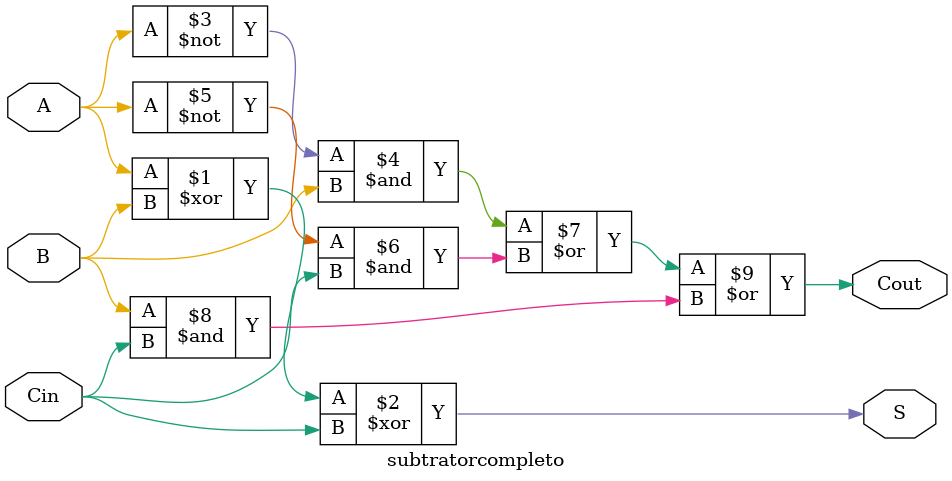
<source format=v>
module subtratorcompleto(A, B, Cin, S, Cout);
input A, B, Cin;
output S, Cout;

assign S = A ^ B ^ Cin;
assign Cout = (~A & B) | (~A & Cin) | (B & Cin);
endmodule
</source>
